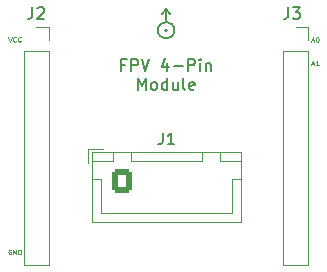
<source format=gbr>
%TF.GenerationSoftware,KiCad,Pcbnew,7.0.7*%
%TF.CreationDate,2023-10-05T20:56:12-06:00*%
%TF.ProjectId,FPV_4-Pin_Module,4650565f-342d-4506-996e-5f4d6f64756c,rev?*%
%TF.SameCoordinates,Original*%
%TF.FileFunction,Legend,Top*%
%TF.FilePolarity,Positive*%
%FSLAX46Y46*%
G04 Gerber Fmt 4.6, Leading zero omitted, Abs format (unit mm)*
G04 Created by KiCad (PCBNEW 7.0.7) date 2023-10-05 20:56:12*
%MOMM*%
%LPD*%
G01*
G04 APERTURE LIST*
G04 Aperture macros list*
%AMRoundRect*
0 Rectangle with rounded corners*
0 $1 Rounding radius*
0 $2 $3 $4 $5 $6 $7 $8 $9 X,Y pos of 4 corners*
0 Add a 4 corners polygon primitive as box body*
4,1,4,$2,$3,$4,$5,$6,$7,$8,$9,$2,$3,0*
0 Add four circle primitives for the rounded corners*
1,1,$1+$1,$2,$3*
1,1,$1+$1,$4,$5*
1,1,$1+$1,$6,$7*
1,1,$1+$1,$8,$9*
0 Add four rect primitives between the rounded corners*
20,1,$1+$1,$2,$3,$4,$5,0*
20,1,$1+$1,$4,$5,$6,$7,0*
20,1,$1+$1,$6,$7,$8,$9,0*
20,1,$1+$1,$8,$9,$2,$3,0*%
G04 Aperture macros list end*
%ADD10C,0.100000*%
%ADD11C,0.150000*%
%ADD12C,0.120000*%
%ADD13O,1.700000X1.950000*%
%ADD14RoundRect,0.250000X-0.600000X-0.725000X0.600000X-0.725000X0.600000X0.725000X-0.600000X0.725000X0*%
%ADD15R,1.350000X1.350000*%
%ADD16O,1.350000X1.350000*%
G04 APERTURE END LIST*
D10*
X161654286Y-73345561D02*
X161844762Y-73345561D01*
X161616191Y-73459847D02*
X161749524Y-73059847D01*
X161749524Y-73059847D02*
X161882857Y-73459847D01*
X162225714Y-73459847D02*
X161997143Y-73459847D01*
X162111429Y-73459847D02*
X162111429Y-73059847D01*
X162111429Y-73059847D02*
X162073333Y-73116990D01*
X162073333Y-73116990D02*
X162035238Y-73155085D01*
X162035238Y-73155085D02*
X161997143Y-73174133D01*
X135966867Y-71040647D02*
X136100200Y-71440647D01*
X136100200Y-71440647D02*
X136233533Y-71040647D01*
X136595438Y-71402552D02*
X136576390Y-71421600D01*
X136576390Y-71421600D02*
X136519248Y-71440647D01*
X136519248Y-71440647D02*
X136481152Y-71440647D01*
X136481152Y-71440647D02*
X136424009Y-71421600D01*
X136424009Y-71421600D02*
X136385914Y-71383504D01*
X136385914Y-71383504D02*
X136366867Y-71345409D01*
X136366867Y-71345409D02*
X136347819Y-71269219D01*
X136347819Y-71269219D02*
X136347819Y-71212076D01*
X136347819Y-71212076D02*
X136366867Y-71135885D01*
X136366867Y-71135885D02*
X136385914Y-71097790D01*
X136385914Y-71097790D02*
X136424009Y-71059695D01*
X136424009Y-71059695D02*
X136481152Y-71040647D01*
X136481152Y-71040647D02*
X136519248Y-71040647D01*
X136519248Y-71040647D02*
X136576390Y-71059695D01*
X136576390Y-71059695D02*
X136595438Y-71078742D01*
X136995438Y-71402552D02*
X136976390Y-71421600D01*
X136976390Y-71421600D02*
X136919248Y-71440647D01*
X136919248Y-71440647D02*
X136881152Y-71440647D01*
X136881152Y-71440647D02*
X136824009Y-71421600D01*
X136824009Y-71421600D02*
X136785914Y-71383504D01*
X136785914Y-71383504D02*
X136766867Y-71345409D01*
X136766867Y-71345409D02*
X136747819Y-71269219D01*
X136747819Y-71269219D02*
X136747819Y-71212076D01*
X136747819Y-71212076D02*
X136766867Y-71135885D01*
X136766867Y-71135885D02*
X136785914Y-71097790D01*
X136785914Y-71097790D02*
X136824009Y-71059695D01*
X136824009Y-71059695D02*
X136881152Y-71040647D01*
X136881152Y-71040647D02*
X136919248Y-71040647D01*
X136919248Y-71040647D02*
X136976390Y-71059695D01*
X136976390Y-71059695D02*
X136995438Y-71078742D01*
D11*
X145860619Y-73394809D02*
X145527286Y-73394809D01*
X145527286Y-73918619D02*
X145527286Y-72918619D01*
X145527286Y-72918619D02*
X146003476Y-72918619D01*
X146384429Y-73918619D02*
X146384429Y-72918619D01*
X146384429Y-72918619D02*
X146765381Y-72918619D01*
X146765381Y-72918619D02*
X146860619Y-72966238D01*
X146860619Y-72966238D02*
X146908238Y-73013857D01*
X146908238Y-73013857D02*
X146955857Y-73109095D01*
X146955857Y-73109095D02*
X146955857Y-73251952D01*
X146955857Y-73251952D02*
X146908238Y-73347190D01*
X146908238Y-73347190D02*
X146860619Y-73394809D01*
X146860619Y-73394809D02*
X146765381Y-73442428D01*
X146765381Y-73442428D02*
X146384429Y-73442428D01*
X147241572Y-72918619D02*
X147574905Y-73918619D01*
X147574905Y-73918619D02*
X147908238Y-72918619D01*
X149432048Y-73251952D02*
X149432048Y-73918619D01*
X149193953Y-72871000D02*
X148955858Y-73585285D01*
X148955858Y-73585285D02*
X149574905Y-73585285D01*
X149955858Y-73537666D02*
X150717763Y-73537666D01*
X151193953Y-73918619D02*
X151193953Y-72918619D01*
X151193953Y-72918619D02*
X151574905Y-72918619D01*
X151574905Y-72918619D02*
X151670143Y-72966238D01*
X151670143Y-72966238D02*
X151717762Y-73013857D01*
X151717762Y-73013857D02*
X151765381Y-73109095D01*
X151765381Y-73109095D02*
X151765381Y-73251952D01*
X151765381Y-73251952D02*
X151717762Y-73347190D01*
X151717762Y-73347190D02*
X151670143Y-73394809D01*
X151670143Y-73394809D02*
X151574905Y-73442428D01*
X151574905Y-73442428D02*
X151193953Y-73442428D01*
X152193953Y-73918619D02*
X152193953Y-73251952D01*
X152193953Y-72918619D02*
X152146334Y-72966238D01*
X152146334Y-72966238D02*
X152193953Y-73013857D01*
X152193953Y-73013857D02*
X152241572Y-72966238D01*
X152241572Y-72966238D02*
X152193953Y-72918619D01*
X152193953Y-72918619D02*
X152193953Y-73013857D01*
X152670143Y-73251952D02*
X152670143Y-73918619D01*
X152670143Y-73347190D02*
X152717762Y-73299571D01*
X152717762Y-73299571D02*
X152813000Y-73251952D01*
X152813000Y-73251952D02*
X152955857Y-73251952D01*
X152955857Y-73251952D02*
X153051095Y-73299571D01*
X153051095Y-73299571D02*
X153098714Y-73394809D01*
X153098714Y-73394809D02*
X153098714Y-73918619D01*
X146932047Y-75528619D02*
X146932047Y-74528619D01*
X146932047Y-74528619D02*
X147265380Y-75242904D01*
X147265380Y-75242904D02*
X147598713Y-74528619D01*
X147598713Y-74528619D02*
X147598713Y-75528619D01*
X148217761Y-75528619D02*
X148122523Y-75481000D01*
X148122523Y-75481000D02*
X148074904Y-75433380D01*
X148074904Y-75433380D02*
X148027285Y-75338142D01*
X148027285Y-75338142D02*
X148027285Y-75052428D01*
X148027285Y-75052428D02*
X148074904Y-74957190D01*
X148074904Y-74957190D02*
X148122523Y-74909571D01*
X148122523Y-74909571D02*
X148217761Y-74861952D01*
X148217761Y-74861952D02*
X148360618Y-74861952D01*
X148360618Y-74861952D02*
X148455856Y-74909571D01*
X148455856Y-74909571D02*
X148503475Y-74957190D01*
X148503475Y-74957190D02*
X148551094Y-75052428D01*
X148551094Y-75052428D02*
X148551094Y-75338142D01*
X148551094Y-75338142D02*
X148503475Y-75433380D01*
X148503475Y-75433380D02*
X148455856Y-75481000D01*
X148455856Y-75481000D02*
X148360618Y-75528619D01*
X148360618Y-75528619D02*
X148217761Y-75528619D01*
X149408237Y-75528619D02*
X149408237Y-74528619D01*
X149408237Y-75481000D02*
X149312999Y-75528619D01*
X149312999Y-75528619D02*
X149122523Y-75528619D01*
X149122523Y-75528619D02*
X149027285Y-75481000D01*
X149027285Y-75481000D02*
X148979666Y-75433380D01*
X148979666Y-75433380D02*
X148932047Y-75338142D01*
X148932047Y-75338142D02*
X148932047Y-75052428D01*
X148932047Y-75052428D02*
X148979666Y-74957190D01*
X148979666Y-74957190D02*
X149027285Y-74909571D01*
X149027285Y-74909571D02*
X149122523Y-74861952D01*
X149122523Y-74861952D02*
X149312999Y-74861952D01*
X149312999Y-74861952D02*
X149408237Y-74909571D01*
X150312999Y-74861952D02*
X150312999Y-75528619D01*
X149884428Y-74861952D02*
X149884428Y-75385761D01*
X149884428Y-75385761D02*
X149932047Y-75481000D01*
X149932047Y-75481000D02*
X150027285Y-75528619D01*
X150027285Y-75528619D02*
X150170142Y-75528619D01*
X150170142Y-75528619D02*
X150265380Y-75481000D01*
X150265380Y-75481000D02*
X150312999Y-75433380D01*
X150932047Y-75528619D02*
X150836809Y-75481000D01*
X150836809Y-75481000D02*
X150789190Y-75385761D01*
X150789190Y-75385761D02*
X150789190Y-74528619D01*
X151693952Y-75481000D02*
X151598714Y-75528619D01*
X151598714Y-75528619D02*
X151408238Y-75528619D01*
X151408238Y-75528619D02*
X151313000Y-75481000D01*
X151313000Y-75481000D02*
X151265381Y-75385761D01*
X151265381Y-75385761D02*
X151265381Y-75004809D01*
X151265381Y-75004809D02*
X151313000Y-74909571D01*
X151313000Y-74909571D02*
X151408238Y-74861952D01*
X151408238Y-74861952D02*
X151598714Y-74861952D01*
X151598714Y-74861952D02*
X151693952Y-74909571D01*
X151693952Y-74909571D02*
X151741571Y-75004809D01*
X151741571Y-75004809D02*
X151741571Y-75100047D01*
X151741571Y-75100047D02*
X151265381Y-75195285D01*
D10*
X161654486Y-71346361D02*
X161844962Y-71346361D01*
X161616391Y-71460647D02*
X161749724Y-71060647D01*
X161749724Y-71060647D02*
X161883057Y-71460647D01*
X162092581Y-71060647D02*
X162130676Y-71060647D01*
X162130676Y-71060647D02*
X162168772Y-71079695D01*
X162168772Y-71079695D02*
X162187819Y-71098742D01*
X162187819Y-71098742D02*
X162206867Y-71136838D01*
X162206867Y-71136838D02*
X162225914Y-71213028D01*
X162225914Y-71213028D02*
X162225914Y-71308266D01*
X162225914Y-71308266D02*
X162206867Y-71384457D01*
X162206867Y-71384457D02*
X162187819Y-71422552D01*
X162187819Y-71422552D02*
X162168772Y-71441600D01*
X162168772Y-71441600D02*
X162130676Y-71460647D01*
X162130676Y-71460647D02*
X162092581Y-71460647D01*
X162092581Y-71460647D02*
X162054486Y-71441600D01*
X162054486Y-71441600D02*
X162035438Y-71422552D01*
X162035438Y-71422552D02*
X162016391Y-71384457D01*
X162016391Y-71384457D02*
X161997343Y-71308266D01*
X161997343Y-71308266D02*
X161997343Y-71213028D01*
X161997343Y-71213028D02*
X162016391Y-71136838D01*
X162016391Y-71136838D02*
X162035438Y-71098742D01*
X162035438Y-71098742D02*
X162054486Y-71079695D01*
X162054486Y-71079695D02*
X162092581Y-71060647D01*
X136195437Y-89079695D02*
X136157342Y-89060647D01*
X136157342Y-89060647D02*
X136100199Y-89060647D01*
X136100199Y-89060647D02*
X136043056Y-89079695D01*
X136043056Y-89079695D02*
X136004961Y-89117790D01*
X136004961Y-89117790D02*
X135985914Y-89155885D01*
X135985914Y-89155885D02*
X135966866Y-89232076D01*
X135966866Y-89232076D02*
X135966866Y-89289219D01*
X135966866Y-89289219D02*
X135985914Y-89365409D01*
X135985914Y-89365409D02*
X136004961Y-89403504D01*
X136004961Y-89403504D02*
X136043056Y-89441600D01*
X136043056Y-89441600D02*
X136100199Y-89460647D01*
X136100199Y-89460647D02*
X136138295Y-89460647D01*
X136138295Y-89460647D02*
X136195437Y-89441600D01*
X136195437Y-89441600D02*
X136214485Y-89422552D01*
X136214485Y-89422552D02*
X136214485Y-89289219D01*
X136214485Y-89289219D02*
X136138295Y-89289219D01*
X136385914Y-89460647D02*
X136385914Y-89060647D01*
X136385914Y-89060647D02*
X136614485Y-89460647D01*
X136614485Y-89460647D02*
X136614485Y-89060647D01*
X136804962Y-89460647D02*
X136804962Y-89060647D01*
X136804962Y-89060647D02*
X136900200Y-89060647D01*
X136900200Y-89060647D02*
X136957343Y-89079695D01*
X136957343Y-89079695D02*
X136995438Y-89117790D01*
X136995438Y-89117790D02*
X137014485Y-89155885D01*
X137014485Y-89155885D02*
X137033533Y-89232076D01*
X137033533Y-89232076D02*
X137033533Y-89289219D01*
X137033533Y-89289219D02*
X137014485Y-89365409D01*
X137014485Y-89365409D02*
X136995438Y-89403504D01*
X136995438Y-89403504D02*
X136957343Y-89441600D01*
X136957343Y-89441600D02*
X136900200Y-89460647D01*
X136900200Y-89460647D02*
X136804962Y-89460647D01*
D11*
X149016666Y-79149819D02*
X149016666Y-79864104D01*
X149016666Y-79864104D02*
X148969047Y-80006961D01*
X148969047Y-80006961D02*
X148873809Y-80102200D01*
X148873809Y-80102200D02*
X148730952Y-80149819D01*
X148730952Y-80149819D02*
X148635714Y-80149819D01*
X150016666Y-80149819D02*
X149445238Y-80149819D01*
X149730952Y-80149819D02*
X149730952Y-79149819D01*
X149730952Y-79149819D02*
X149635714Y-79292676D01*
X149635714Y-79292676D02*
X149540476Y-79387914D01*
X149540476Y-79387914D02*
X149445238Y-79435533D01*
X137996666Y-68524819D02*
X137996666Y-69239104D01*
X137996666Y-69239104D02*
X137949047Y-69381961D01*
X137949047Y-69381961D02*
X137853809Y-69477200D01*
X137853809Y-69477200D02*
X137710952Y-69524819D01*
X137710952Y-69524819D02*
X137615714Y-69524819D01*
X138425238Y-68620057D02*
X138472857Y-68572438D01*
X138472857Y-68572438D02*
X138568095Y-68524819D01*
X138568095Y-68524819D02*
X138806190Y-68524819D01*
X138806190Y-68524819D02*
X138901428Y-68572438D01*
X138901428Y-68572438D02*
X138949047Y-68620057D01*
X138949047Y-68620057D02*
X138996666Y-68715295D01*
X138996666Y-68715295D02*
X138996666Y-68810533D01*
X138996666Y-68810533D02*
X138949047Y-68953390D01*
X138949047Y-68953390D02*
X138377619Y-69524819D01*
X138377619Y-69524819D02*
X138996666Y-69524819D01*
X159656666Y-68524819D02*
X159656666Y-69239104D01*
X159656666Y-69239104D02*
X159609047Y-69381961D01*
X159609047Y-69381961D02*
X159513809Y-69477200D01*
X159513809Y-69477200D02*
X159370952Y-69524819D01*
X159370952Y-69524819D02*
X159275714Y-69524819D01*
X160037619Y-68524819D02*
X160656666Y-68524819D01*
X160656666Y-68524819D02*
X160323333Y-68905771D01*
X160323333Y-68905771D02*
X160466190Y-68905771D01*
X160466190Y-68905771D02*
X160561428Y-68953390D01*
X160561428Y-68953390D02*
X160609047Y-69001009D01*
X160609047Y-69001009D02*
X160656666Y-69096247D01*
X160656666Y-69096247D02*
X160656666Y-69334342D01*
X160656666Y-69334342D02*
X160609047Y-69429580D01*
X160609047Y-69429580D02*
X160561428Y-69477200D01*
X160561428Y-69477200D02*
X160466190Y-69524819D01*
X160466190Y-69524819D02*
X160180476Y-69524819D01*
X160180476Y-69524819D02*
X160085238Y-69477200D01*
X160085238Y-69477200D02*
X160037619Y-69429580D01*
D12*
%TO.C,J1*%
X146350000Y-80795000D02*
X146350000Y-81545000D01*
X146350000Y-81545000D02*
X152350000Y-81545000D01*
X143800000Y-85995000D02*
X149350000Y-85995000D01*
X155650000Y-81545000D02*
X155650000Y-80795000D01*
X144850000Y-80795000D02*
X143050000Y-80795000D01*
X152350000Y-80795000D02*
X146350000Y-80795000D01*
X143800000Y-83045000D02*
X143800000Y-85995000D01*
X153850000Y-80795000D02*
X153850000Y-81545000D01*
X143050000Y-81545000D02*
X144850000Y-81545000D01*
X155650000Y-80795000D02*
X153850000Y-80795000D01*
X143050000Y-80795000D02*
X143050000Y-81545000D01*
X142750000Y-80495000D02*
X142750000Y-81745000D01*
X144850000Y-81545000D02*
X144850000Y-80795000D01*
X154900000Y-83045000D02*
X154900000Y-85995000D01*
X144000000Y-80495000D02*
X142750000Y-80495000D01*
X152350000Y-81545000D02*
X152350000Y-80795000D01*
X153850000Y-81545000D02*
X155650000Y-81545000D01*
X155660000Y-86755000D02*
X155660000Y-80785000D01*
X143040000Y-80785000D02*
X143040000Y-86755000D01*
X143040000Y-86755000D02*
X155660000Y-86755000D01*
X143050000Y-83045000D02*
X143800000Y-83045000D01*
X154900000Y-85995000D02*
X149350000Y-85995000D01*
X155650000Y-83045000D02*
X154900000Y-83045000D01*
X155660000Y-80785000D02*
X143040000Y-80785000D01*
%TO.C,J2*%
X137270000Y-72280000D02*
X137270000Y-90340000D01*
X137270000Y-72280000D02*
X139390000Y-72280000D01*
X137270000Y-90340000D02*
X139390000Y-90340000D01*
X138330000Y-70220000D02*
X139390000Y-70220000D01*
X139390000Y-70220000D02*
X139390000Y-71280000D01*
X139390000Y-72280000D02*
X139390000Y-90340000D01*
D11*
%TO.C,EXP_ORIENTATION*%
X149320000Y-69780000D02*
X149320000Y-68680000D01*
X149320000Y-68680000D02*
X148970000Y-69080000D01*
X149320000Y-68680000D02*
X149670000Y-69080000D01*
X149399057Y-70480000D02*
G75*
G03*
X149399057Y-70480000I-79057J0D01*
G01*
X150020446Y-70480000D02*
G75*
G03*
X150020446Y-70480000I-700446J0D01*
G01*
D12*
%TO.C,J3*%
X159240000Y-72270000D02*
X159240000Y-90330000D01*
X159240000Y-72270000D02*
X161360000Y-72270000D01*
X159240000Y-90330000D02*
X161360000Y-90330000D01*
X160300000Y-70210000D02*
X161360000Y-70210000D01*
X161360000Y-70210000D02*
X161360000Y-71270000D01*
X161360000Y-72270000D02*
X161360000Y-90330000D01*
%TD*%
%LPC*%
D13*
%TO.C,J1*%
X153100000Y-83245000D03*
X150600000Y-83245000D03*
X148100000Y-83245000D03*
D14*
X145600000Y-83245000D03*
%TD*%
D15*
%TO.C,J2*%
X138330000Y-71280000D03*
D16*
X138330000Y-73280000D03*
X138330000Y-75280000D03*
X138330000Y-77280000D03*
X138330000Y-79280000D03*
X138330000Y-81280000D03*
X138330000Y-83280000D03*
X138330000Y-85280000D03*
X138330000Y-87280000D03*
X138330000Y-89280000D03*
%TD*%
D15*
%TO.C,J3*%
X160300000Y-71270000D03*
D16*
X160300000Y-73270000D03*
X160300000Y-75270000D03*
X160300000Y-77270000D03*
X160300000Y-79270000D03*
X160300000Y-81270000D03*
X160300000Y-83270000D03*
X160300000Y-85270000D03*
X160300000Y-87270000D03*
X160300000Y-89270000D03*
%TD*%
%LPD*%
M02*

</source>
